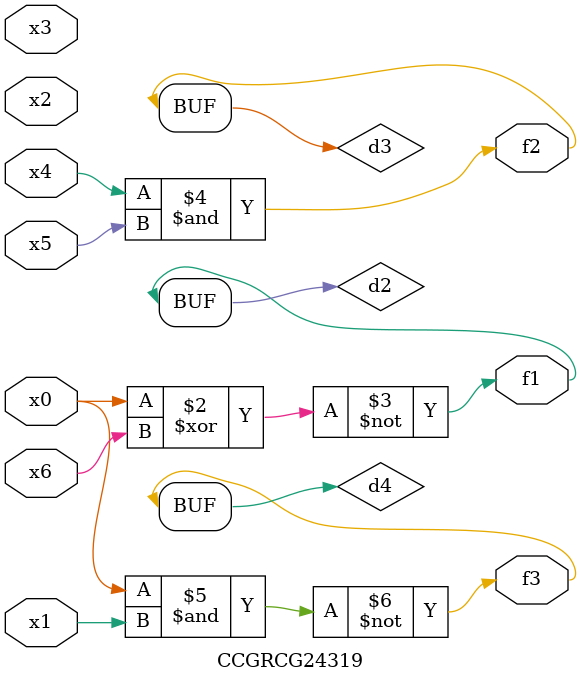
<source format=v>
module CCGRCG24319(
	input x0, x1, x2, x3, x4, x5, x6,
	output f1, f2, f3
);

	wire d1, d2, d3, d4;

	nor (d1, x0);
	xnor (d2, x0, x6);
	and (d3, x4, x5);
	nand (d4, x0, x1);
	assign f1 = d2;
	assign f2 = d3;
	assign f3 = d4;
endmodule

</source>
